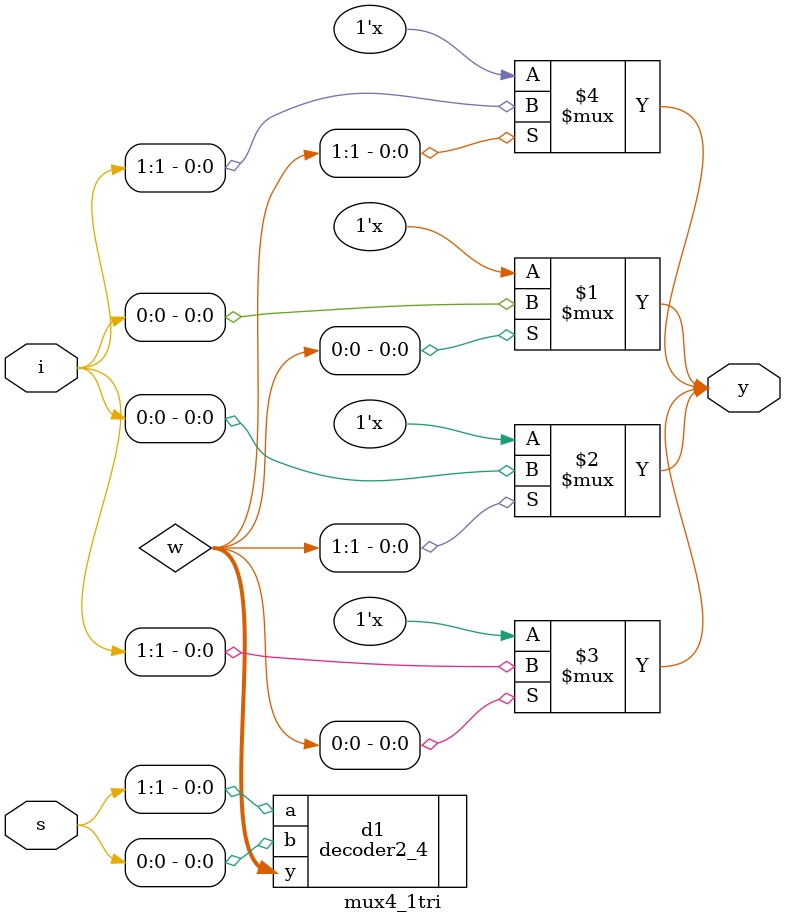
<source format=v>
module mux4_1tri(s,i,y );
input [1:0] s;
input [3:0] i;
output y;
wire [3:0] w;
decoder2_4 d1(.a(s[1]),.b(s[0]),.y(w));
bufif1 b0(y,i[0],w[0]);
bufif1 b1(y,i[0],w[1]);
bufif1 b2(y,i[1],w[0]);
bufif1 b3(y,i[1],w[1]);
endmodule
</source>
